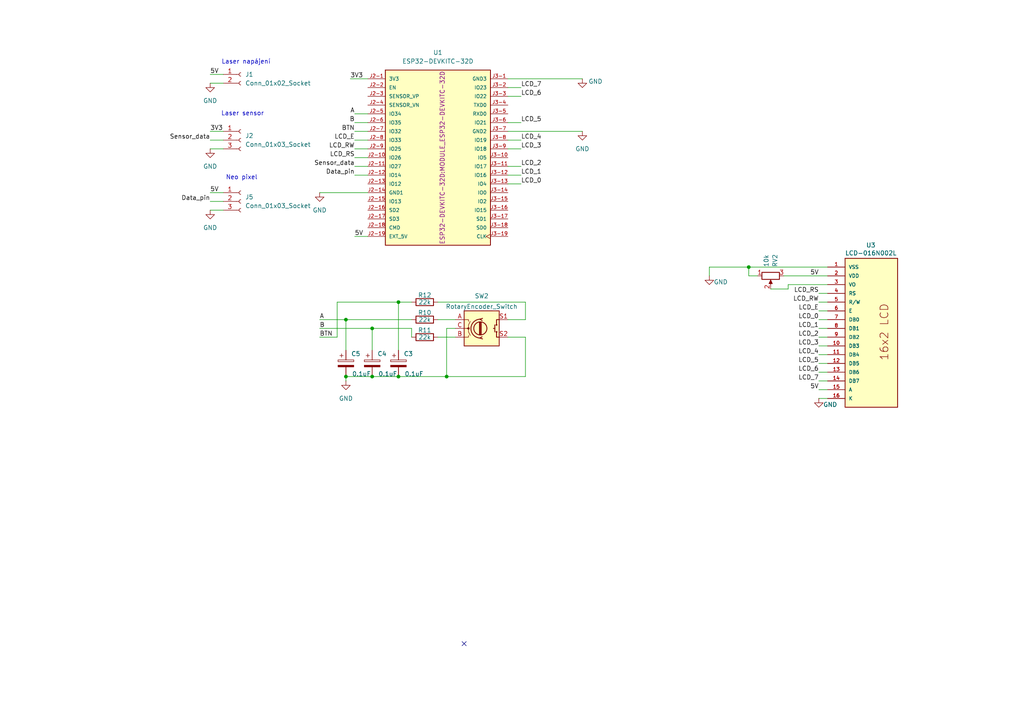
<source format=kicad_sch>
(kicad_sch (version 20231120) (generator "eeschema") (generator_version "8.0")
  (paper "A4")
  (lib_symbols
    (symbol "Connector:Conn_01x02_Socket" (pin_names (offset 1.016) hide)
      (property "Reference" "J" (at 0 2.54 0))
      (property "Value" "Conn_01x02_Socket" (at 0 -5.08 0))
      (symbol "Conn_01x02_Socket_1_1"
        (arc (start 0 -2.032) (mid -0.5058 -2.54) (end 0 -3.048) (stroke (width 0.1524)))
        (polyline (pts (xy -1.27 -2.54) (xy -0.508 -2.54)) (stroke (width 0.1524)))
        (polyline (pts (xy -1.27 0) (xy -0.508 0)) (stroke (width 0.1524)))
        (arc (start 0 0.508) (mid -0.5058 0) (end 0 -0.508) (stroke (width 0.1524)))
        (pin passive line (at -5.08 0 0) (length 3.81) (name "Pin_1") (number "1"))
        (pin passive line (at -5.08 -2.54 0) (length 3.81) (name "Pin_2") (number "2"))
      )
    )
    (symbol "Connector:Conn_01x03_Socket" (pin_names (offset 1.016) hide)
      (property "Reference" "J" (at 0 5.08 0))
      (property "Value" "Conn_01x03_Socket" (at 0 -5.08 0))
      (symbol "Conn_01x03_Socket_1_1"
        (arc (start 0 -2.032) (mid -0.5058 -2.54) (end 0 -3.048) (stroke (width 0.1524)))
        (polyline (pts (xy -1.27 -2.54) (xy -0.508 -2.54)) (stroke (width 0.1524)))
        (polyline (pts (xy -1.27 0) (xy -0.508 0)) (stroke (width 0.1524)))
        (polyline (pts (xy -1.27 2.54) (xy -0.508 2.54)) (stroke (width 0.1524)))
        (arc (start 0 0.508) (mid -0.5058 0) (end 0 -0.508) (stroke (width 0.1524)))
        (arc (start 0 3.048) (mid -0.5058 2.54) (end 0 2.032) (stroke (width 0.1524)))
        (pin passive line (at -5.08 2.54 0) (length 3.81) (name "Pin_1") (number "1"))
        (pin passive line (at -5.08 0 0) (length 3.81) (name "Pin_2") (number "2"))
        (pin passive line (at -5.08 -2.54 0) (length 3.81) (name "Pin_3") (number "3"))
      )
    )
    (symbol "Device:C_Polarized" (pin_numbers hide) (pin_names (offset 0.254))
      (property "Reference" "C" (at 0.635 2.54 0))
      (property "Value" "C_Polarized" (at 0.635 -2.54 0))
      (symbol "C_Polarized_0_1"
        (rectangle (start -2.286 0.508) (end 2.286 1.016))
        (polyline (pts (xy -1.778 2.286) (xy -0.762 2.286)))
        (polyline (pts (xy -1.27 2.794) (xy -1.27 1.778)))
        (rectangle (start 2.286 -0.508) (end -2.286 -1.016) (fill (type outline)))
      )
      (symbol "C_Polarized_1_1"
        (pin passive line (at 0 3.81 270) (length 2.794) (name "~") (number "1"))
        (pin passive line (at 0 -3.81 90) (length 2.794) (name "~") (number "2"))
      )
    )
    (symbol "Device:R" (pin_numbers hide) (pin_names (offset 0))
      (property "Reference" "R" (at 2.032 0 90))
      (property "Value" "R" (at 0 0 90))
      (symbol "R_0_1"
        (rectangle (start -1.016 -2.54) (end 1.016 2.54) (stroke (width 0.254)))
      )
      (symbol "R_1_1"
        (pin passive line (at 0 3.81 270) (length 1.27) (name "~") (number "1"))
        (pin passive line (at 0 -3.81 90) (length 1.27) (name "~") (number "2"))
      )
    )
    (symbol "Device:R_Potentiometer" (pin_names (offset 1.016) hide)
      (property "Reference" "RV" (at -4.445 0 90))
      (property "Value" "R_Potentiometer" (at -2.54 0 90))
      (symbol "R_Potentiometer_0_1"
        (polyline (pts (xy 2.54 0) (xy 1.524 0)))
        (polyline (pts (xy 1.143 0) (xy 2.286 0.508) (xy 2.286 -0.508) (xy 1.143 0)) (fill (type outline)))
        (rectangle (start 1.016 2.54) (end -1.016 -2.54) (stroke (width 0.254)))
      )
      (symbol "R_Potentiometer_1_1"
        (pin passive line (at 0 3.81 270) (length 1.27) (name "1") (number "1"))
        (pin passive line (at 3.81 0 180) (length 1.27) (name "2") (number "2"))
        (pin passive line (at 0 -3.81 90) (length 1.27) (name "3") (number "3"))
      )
    )
    (symbol "Device:RotaryEncoder_Switch" (pin_names (offset 0.254) hide)
      (property "Reference" "SW" (at 0 6.604 0))
      (property "Value" "RotaryEncoder_Switch" (at 0 -6.604 0))
      (symbol "RotaryEncoder_Switch_0_1"
        (rectangle (start -5.08 5.08) (end 5.08 -5.08) (stroke (width 0.254)) (fill (type background)))
        (circle (center -3.81 0) (radius 0.254) (fill (type outline)))
        (circle (center -0.381 0) (radius 1.905) (stroke (width 0.254)))
        (arc (start -0.381 2.667) (mid -3.0988 -0.0635) (end -0.381 -2.794) (stroke (width 0.254)))
        (polyline (pts (xy -0.635 -1.778) (xy -0.635 1.778)) (stroke (width 0.254)))
        (polyline (pts (xy -0.381 -1.778) (xy -0.381 1.778)) (stroke (width 0.254)))
        (polyline (pts (xy -0.127 1.778) (xy -0.127 -1.778)) (stroke (width 0.254)))
        (polyline (pts (xy 3.81 0) (xy 3.429 0)) (stroke (width 0.254)))
        (polyline (pts (xy 3.81 1.016) (xy 3.81 -1.016)) (stroke (width 0.254)))
        (polyline (pts (xy -5.08 -2.54) (xy -3.81 -2.54) (xy -3.81 -2.032)))
        (polyline (pts (xy -5.08 2.54) (xy -3.81 2.54) (xy -3.81 2.032)))
        (polyline (pts (xy 0.254 -3.048) (xy -0.508 -2.794) (xy 0.127 -2.413)) (stroke (width 0.254)))
        (polyline (pts (xy 0.254 2.921) (xy -0.508 2.667) (xy 0.127 2.286)) (stroke (width 0.254)))
        (polyline (pts (xy 5.08 -2.54) (xy 4.318 -2.54) (xy 4.318 -1.016)) (stroke (width 0.254)))
        (polyline (pts (xy 5.08 2.54) (xy 4.318 2.54) (xy 4.318 1.016)) (stroke (width 0.254)))
        (polyline (pts (xy -5.08 0) (xy -3.81 0) (xy -3.81 -1.016) (xy -3.302 -2.032)))
        (polyline (pts (xy -4.318 0) (xy -3.81 0) (xy -3.81 1.016) (xy -3.302 2.032)))
        (circle (center 4.318 -1.016) (radius 0.127) (stroke (width 0.254)))
        (circle (center 4.318 1.016) (radius 0.127) (stroke (width 0.254)))
      )
      (symbol "RotaryEncoder_Switch_1_1"
        (pin passive line (at -7.62 2.54 0) (length 2.54) (name "A") (number "A"))
        (pin passive line (at -7.62 -2.54 0) (length 2.54) (name "B") (number "B"))
        (pin passive line (at -7.62 0 0) (length 2.54) (name "C") (number "C"))
        (pin passive line (at 7.62 2.54 180) (length 2.54) (name "S1") (number "S1"))
        (pin passive line (at 7.62 -2.54 180) (length 2.54) (name "S2") (number "S2"))
      )
    )
    (symbol "ESP32-DEVKITC-32D:ESP32-DEVKITC-32D" (pin_names (offset 1.016))
      (property "Reference" "U" (at -15.2572 26.0643 0))
      (property "Value" "ESP32-DEVKITC-32D" (at -15.2563 -27.9698 0))
      (symbol "ESP32-DEVKITC-32D_0_0"
        (rectangle (start -15.24 -25.4) (end 15.24 25.4) (stroke (width 0.254)) (fill (type background)))
        (pin power_in line (at -20.32 22.86 0) (length 5.08) (name "3V3") (number "J2-1"))
        (pin bidirectional line (at -20.32 0 0) (length 5.08) (name "IO26") (number "J2-10"))
        (pin bidirectional line (at -20.32 -2.54 0) (length 5.08) (name "IO27") (number "J2-11"))
        (pin bidirectional line (at -20.32 -5.08 0) (length 5.08) (name "IO14") (number "J2-12"))
        (pin bidirectional line (at -20.32 -7.62 0) (length 5.08) (name "IO12") (number "J2-13"))
        (pin power_in line (at -20.32 -10.16 0) (length 5.08) (name "GND1") (number "J2-14"))
        (pin bidirectional line (at -20.32 -12.7 0) (length 5.08) (name "IO13") (number "J2-15"))
        (pin bidirectional line (at -20.32 -15.24 0) (length 5.08) (name "SD2") (number "J2-16"))
        (pin bidirectional line (at -20.32 -17.78 0) (length 5.08) (name "SD3") (number "J2-17"))
        (pin bidirectional line (at -20.32 -20.32 0) (length 5.08) (name "CMD") (number "J2-18"))
        (pin power_in line (at -20.32 -22.86 0) (length 5.08) (name "EXT_5V") (number "J2-19"))
        (pin input line (at -20.32 20.32 0) (length 5.08) (name "EN") (number "J2-2"))
        (pin input line (at -20.32 17.78 0) (length 5.08) (name "SENSOR_VP") (number "J2-3"))
        (pin input line (at -20.32 15.24 0) (length 5.08) (name "SENSOR_VN") (number "J2-4"))
        (pin bidirectional line (at -20.32 12.7 0) (length 5.08) (name "IO34") (number "J2-5"))
        (pin bidirectional line (at -20.32 10.16 0) (length 5.08) (name "IO35") (number "J2-6"))
        (pin bidirectional line (at -20.32 7.62 0) (length 5.08) (name "IO32") (number "J2-7"))
        (pin bidirectional line (at -20.32 5.08 0) (length 5.08) (name "IO33") (number "J2-8"))
        (pin bidirectional line (at -20.32 2.54 0) (length 5.08) (name "IO25") (number "J2-9"))
        (pin power_in line (at 20.32 22.86 180) (length 5.08) (name "GND3") (number "J3-1"))
        (pin bidirectional line (at 20.32 0 180) (length 5.08) (name "IO5") (number "J3-10"))
        (pin bidirectional line (at 20.32 -2.54 180) (length 5.08) (name "IO17") (number "J3-11"))
        (pin bidirectional line (at 20.32 -5.08 180) (length 5.08) (name "IO16") (number "J3-12"))
        (pin bidirectional line (at 20.32 -7.62 180) (length 5.08) (name "IO4") (number "J3-13"))
        (pin bidirectional line (at 20.32 -10.16 180) (length 5.08) (name "IO0") (number "J3-14"))
        (pin bidirectional line (at 20.32 -12.7 180) (length 5.08) (name "IO2") (number "J3-15"))
        (pin bidirectional line (at 20.32 -15.24 180) (length 5.08) (name "IO15") (number "J3-16"))
        (pin bidirectional line (at 20.32 -17.78 180) (length 5.08) (name "SD1") (number "J3-17"))
        (pin bidirectional line (at 20.32 -20.32 180) (length 5.08) (name "SD0") (number "J3-18"))
        (pin input clock (at 20.32 -22.86 180) (length 5.08) (name "CLK") (number "J3-19"))
        (pin bidirectional line (at 20.32 20.32 180) (length 5.08) (name "IO23") (number "J3-2"))
        (pin bidirectional line (at 20.32 17.78 180) (length 5.08) (name "IO22") (number "J3-3"))
        (pin output line (at 20.32 15.24 180) (length 5.08) (name "TXD0") (number "J3-4"))
        (pin input line (at 20.32 12.7 180) (length 5.08) (name "RXD0") (number "J3-5"))
        (pin bidirectional line (at 20.32 10.16 180) (length 5.08) (name "IO21") (number "J3-6"))
        (pin power_in line (at 20.32 7.62 180) (length 5.08) (name "GND2") (number "J3-7"))
        (pin bidirectional line (at 20.32 5.08 180) (length 5.08) (name "IO19") (number "J3-8"))
        (pin bidirectional line (at 20.32 2.54 180) (length 5.08) (name "IO18") (number "J3-9"))
      )
    )
    (symbol "LCD-16X2:LCD-16X2" (pin_names (offset 1.016))
      (property "Reference" "U" (at -7.62 23.368 0))
      (property "Value" "LCD-16X2" (at -7.62 -22.86 0))
      (symbol "LCD-16X2_0_0"
        (rectangle (start -7.62 -20.32) (end 7.62 22.86) (stroke (width 0.254)) (fill (type background)))
        (text "16x2 LCD" (at 5.08 -6.858 900) (effects (font (size 2.286 2.286)) (justify left bottom)))
        (pin power_in line (at -12.7 20.32 0) (length 5.08) (name "VSS") (number "1"))
        (pin bidirectional line (at -12.7 -2.54 0) (length 5.08) (name "DB3") (number "10"))
        (pin bidirectional line (at -12.7 -5.08 0) (length 5.08) (name "DB4") (number "11"))
        (pin bidirectional line (at -12.7 -7.62 0) (length 5.08) (name "DB5") (number "12"))
        (pin bidirectional line (at -12.7 -10.16 0) (length 5.08) (name "DB6") (number "13"))
        (pin bidirectional line (at -12.7 -12.7 0) (length 5.08) (name "DB7") (number "14"))
        (pin power_in line (at -12.7 -15.24 0) (length 5.08) (name "A") (number "15"))
        (pin power_in line (at -12.7 -17.78 0) (length 5.08) (name "K") (number "16"))
        (pin power_in line (at -12.7 17.78 0) (length 5.08) (name "VDD") (number "2"))
        (pin bidirectional line (at -12.7 15.24 0) (length 5.08) (name "VO") (number "3"))
        (pin input line (at -12.7 12.7 0) (length 5.08) (name "RS") (number "4"))
        (pin input line (at -12.7 10.16 0) (length 5.08) (name "R/W") (number "5"))
        (pin input line (at -12.7 7.62 0) (length 5.08) (name "E") (number "6"))
        (pin bidirectional line (at -12.7 5.08 0) (length 5.08) (name "DB0") (number "7"))
        (pin bidirectional line (at -12.7 2.54 0) (length 5.08) (name "DB1") (number "8"))
        (pin bidirectional line (at -12.7 0 0) (length 5.08) (name "DB2") (number "9"))
      )
    )
    (symbol "power:GND" (power) (pin_numbers hide) (pin_names (offset 0) hide)
      (property "Value" "GND" (at 0 -3.81 0))
      (symbol "GND_0_1"
        (polyline (pts (xy 0 0) (xy 0 -1.27) (xy 1.27 -1.27) (xy 0 -2.54) (xy -1.27 -1.27) (xy 0 -1.27)))
      )
      (symbol "GND_1_1"
        (pin power_in line (at 0 0 270) (length 0) (name "~") (number "1"))
      )
    )
  )
  (junction (at 129.54 109.22))
  (junction (at 107.95 109.22))
  (junction (at 115.57 87.63))
  (junction (at 115.57 109.22))
  (junction (at 100.33 109.22))
  (junction (at 107.95 95.25))
  (junction (at 100.33 92.71))
  (junction (at 217.17 77.47))
  (no_connect (at 134.62 186.69))
  (wire (pts (xy 92.71 92.71) (xy 100.33 92.71)))
  (wire (pts (xy 100.33 109.22) (xy 100.33 110.49)))
  (wire (pts (xy 102.87 35.56) (xy 106.68 35.56)))
  (wire (pts (xy 60.96 21.59) (xy 64.77 21.59)))
  (wire (pts (xy 100.33 92.71) (xy 100.33 101.6)))
  (wire (pts (xy 237.49 92.71) (xy 240.03 92.71)))
  (wire (pts (xy 92.71 97.79) (xy 97.79 97.79)))
  (wire (pts (xy 60.96 24.13) (xy 64.77 24.13)))
  (wire (pts (xy 228.6 82.55) (xy 240.03 82.55)))
  (wire (pts (xy 60.96 40.64) (xy 64.77 40.64)))
  (wire (pts (xy 97.79 87.63) (xy 115.57 87.63)))
  (wire (pts (xy 102.87 43.18) (xy 106.68 43.18)))
  (wire (pts (xy 60.96 55.88) (xy 64.77 55.88)))
  (wire (pts (xy 107.95 109.22) (xy 115.57 109.22)))
  (wire (pts (xy 100.33 92.71) (xy 119.38 92.71)))
  (wire (pts (xy 60.96 43.18) (xy 64.77 43.18)))
  (wire (pts (xy 237.49 113.03) (xy 240.03 113.03)))
  (wire (pts (xy 127 92.71) (xy 132.08 92.71)))
  (wire (pts (xy 147.32 50.8) (xy 151.13 50.8)))
  (wire (pts (xy 223.52 83.82) (xy 228.6 83.82)))
  (wire (pts (xy 147.32 92.71) (xy 152.4 92.71)))
  (wire (pts (xy 219.71 80.01) (xy 217.17 80.01)))
  (wire (pts (xy 102.87 38.1) (xy 106.68 38.1)))
  (wire (pts (xy 237.49 97.79) (xy 240.03 97.79)))
  (wire (pts (xy 101.6 22.86) (xy 106.68 22.86)))
  (wire (pts (xy 237.49 100.33) (xy 240.03 100.33)))
  (wire (pts (xy 147.32 35.56) (xy 151.13 35.56)))
  (wire (pts (xy 60.96 38.1) (xy 64.77 38.1)))
  (wire (pts (xy 228.6 83.82) (xy 228.6 82.55)))
  (wire (pts (xy 60.96 60.96) (xy 64.77 60.96)))
  (wire (pts (xy 152.4 109.22) (xy 129.54 109.22)))
  (wire (pts (xy 92.71 95.25) (xy 107.95 95.25)))
  (wire (pts (xy 152.4 97.79) (xy 152.4 109.22)))
  (wire (pts (xy 119.38 97.79) (xy 119.38 95.25)))
  (wire (pts (xy 147.32 22.86) (xy 168.91 22.86)))
  (wire (pts (xy 237.49 102.87) (xy 240.03 102.87)))
  (wire (pts (xy 115.57 87.63) (xy 119.38 87.63)))
  (wire (pts (xy 217.17 77.47) (xy 240.03 77.47)))
  (wire (pts (xy 147.32 43.18) (xy 151.13 43.18)))
  (wire (pts (xy 227.33 80.01) (xy 240.03 80.01)))
  (wire (pts (xy 127 97.79) (xy 132.08 97.79)))
  (wire (pts (xy 102.87 50.8) (xy 106.68 50.8)))
  (wire (pts (xy 107.95 95.25) (xy 107.95 101.6)))
  (wire (pts (xy 237.49 95.25) (xy 240.03 95.25)))
  (wire (pts (xy 237.49 90.17) (xy 240.03 90.17)))
  (wire (pts (xy 102.87 68.58) (xy 106.68 68.58)))
  (wire (pts (xy 237.49 105.41) (xy 240.03 105.41)))
  (wire (pts (xy 237.49 110.49) (xy 240.03 110.49)))
  (wire (pts (xy 102.87 45.72) (xy 106.68 45.72)))
  (wire (pts (xy 237.49 87.63) (xy 240.03 87.63)))
  (wire (pts (xy 205.74 77.47) (xy 205.74 80.01)))
  (wire (pts (xy 152.4 87.63) (xy 152.4 92.71)))
  (wire (pts (xy 97.79 97.79) (xy 97.79 87.63)))
  (wire (pts (xy 129.54 109.22) (xy 115.57 109.22)))
  (wire (pts (xy 115.57 87.63) (xy 115.57 101.6)))
  (wire (pts (xy 132.08 95.25) (xy 129.54 95.25)))
  (wire (pts (xy 102.87 33.02) (xy 106.68 33.02)))
  (wire (pts (xy 147.32 53.34) (xy 151.13 53.34)))
  (wire (pts (xy 107.95 95.25) (xy 119.38 95.25)))
  (wire (pts (xy 129.54 95.25) (xy 129.54 109.22)))
  (wire (pts (xy 237.49 115.57) (xy 240.03 115.57)))
  (wire (pts (xy 237.49 85.09) (xy 240.03 85.09)))
  (wire (pts (xy 147.32 38.1) (xy 168.91 38.1)))
  (wire (pts (xy 147.32 48.26) (xy 151.13 48.26)))
  (wire (pts (xy 147.32 27.94) (xy 151.13 27.94)))
  (wire (pts (xy 60.96 58.42) (xy 64.77 58.42)))
  (wire (pts (xy 147.32 40.64) (xy 151.13 40.64)))
  (wire (pts (xy 92.71 55.88) (xy 106.68 55.88)))
  (wire (pts (xy 147.32 97.79) (xy 152.4 97.79)))
  (wire (pts (xy 100.33 109.22) (xy 107.95 109.22)))
  (wire (pts (xy 127 87.63) (xy 152.4 87.63)))
  (wire (pts (xy 205.74 77.47) (xy 217.17 77.47)))
  (wire (pts (xy 147.32 25.4) (xy 151.13 25.4)))
  (wire (pts (xy 237.49 107.95) (xy 240.03 107.95)))
  (wire (pts (xy 217.17 80.01) (xy 217.17 77.47)))
  (wire (pts (xy 102.87 48.26) (xy 106.68 48.26)))
  (wire (pts (xy 102.87 40.64) (xy 106.68 40.64)))
  (text "Laser sensor\n" (at 70.358 33.02 0) (effects (font (size 1.27 1.27))))
  (text "Neo pixel\n" (at 70.104 51.562 0) (effects (font (size 1.27 1.27))))
  (text "Laser napájení" (at 71.374 18.034 0) (effects (font (size 1.27 1.27))))
  (label "LCD_4" (at 151.13 40.64 0))
  (label "LCD_1" (at 151.13 50.8 0))
  (label "LCD_7" (at 151.13 25.4 0))
  (label "Data_pin" (at 102.87 50.8 180))
  (label "LCD_2" (at 237.49 97.79 180))
  (label "Sensor_data" (at 102.87 48.26 180))
  (label "LCD_E" (at 237.49 90.17 180))
  (label "5V" (at 237.49 113.03 180))
  (label "BTN" (at 102.87 38.1 180))
  (label "LCD_4" (at 237.49 102.87 180))
  (label "LCD_RW" (at 102.87 43.18 180))
  (label "BTN" (at 92.71 97.79 0))
  (label "LCD_5" (at 151.13 35.56 0))
  (label "Data_pin" (at 60.96 58.42 180))
  (label "LCD_RS" (at 102.87 45.72 180))
  (label "LCD_7" (at 237.49 110.49 180))
  (label "A" (at 92.71 92.71 0))
  (label "5V" (at 60.96 21.59 0))
  (label "A" (at 102.87 33.02 180))
  (label "LCD_RS" (at 237.49 85.09 180))
  (label "5V" (at 60.96 55.88 0))
  (label "LCD_0" (at 151.13 53.34 0))
  (label "LCD_5" (at 237.49 105.41 180))
  (label "LCD_6" (at 237.49 107.95 180))
  (label "LCD_6" (at 151.13 27.94 0))
  (label "LCD_2" (at 151.13 48.26 0))
  (label "LCD_RW" (at 237.49 87.63 180))
  (label "LCD_E" (at 102.87 40.64 180))
  (label "5V" (at 237.49 80.01 180))
  (label "LCD_3" (at 151.13 43.18 0))
  (label "LCD_1" (at 237.49 95.25 180))
  (label "LCD_3" (at 237.49 100.33 180))
  (label "3V3" (at 101.6 22.86 0))
  (label "B" (at 102.87 35.56 180))
  (label "5V" (at 102.87 68.58 0))
  (label "B" (at 92.71 95.25 0))
  (label "Sensor_data" (at 60.96 40.64 180))
  (label "3V3" (at 60.96 38.1 0))
  (label "LCD_0" (at 237.49 92.71 180))
  (symbol (lib_id "power:GND") (at 168.91 38.1 0) (unit 1)
    (property "Reference" "#PWR03" (effects (hide yes)))
    (property "Value" "GND" (at 168.91 43.18 0))
    (property "Description" "Power symbol creates a global label with name \"GND\" , ground" (effects (hide yes)))
  )
  (symbol (lib_id "Device:R") (at 123.19 97.79 90) (unit 1)
    (property "Reference" "R11" (at 123.19 95.758 90))
    (property "Value" "22k" (at 123.19 97.79 90))
    (property "Footprint" "Resistor_SMD:R_0805_2012Metric_Pad1.20x1.40mm_HandSolder" (effects (hide yes)))
    (property "Description" "Resistor" (effects (hide yes)))
  )
  (symbol (lib_id "power:GND") (at 100.33 110.49 0) (unit 1)
    (property "Reference" "#PWR014" (effects (hide yes)))
    (property "Value" "GND" (at 100.33 115.57 0))
    (property "Description" "Power symbol creates a global label with name \"GND\" , ground" (effects (hide yes)))
  )
  (symbol (lib_id "power:GND") (at 60.96 43.18 0) (unit 1)
    (property "Reference" "#PWR05" (effects (hide yes)))
    (property "Value" "GND" (at 60.96 48.26 0))
    (property "Description" "Power symbol creates a global label with name \"GND\" , ground" (effects (hide yes)))
  )
  (symbol (lib_id "power:GND") (at 60.96 24.13 0) (unit 1)
    (property "Reference" "#PWR01" (effects (hide yes)))
    (property "Value" "GND" (at 60.96 29.21 0))
    (property "Description" "Power symbol creates a global label with name \"GND\" , ground" (effects (hide yes)))
  )
  (symbol (lib_id "power:GND") (at 168.91 22.86 0) (unit 1)
    (property "Reference" "#PWR02" (effects (hide yes)))
    (property "Value" "GND" (at 172.72 23.622 0))
    (property "Description" "Power symbol creates a global label with name \"GND\" , ground" (effects (hide yes)))
  )
  (symbol (lib_id "Connector:Conn_01x03_Socket") (at 69.85 58.42 0) (unit 1)
    (property "Reference" "J5" (at 71.12 57.1499 0) (effects (justify left)))
    (property "Value" "Conn_01x03_Socket" (at 71.12 59.6899 0) (effects (justify left)))
    (property "Footprint" "Connector_PinHeader_2.54mm:PinHeader_1x03_P2.54mm_Vertical" (effects (hide yes)))
    (property "Description" "Generic connector, single row, 01x03, script generated" (effects (hide yes)))
  )
  (symbol (lib_id "Device:RotaryEncoder_Switch") (at 139.7 95.25 0) (unit 1)
    (property "Reference" "SW2" (at 139.7 85.852 0))
    (property "Value" "RotaryEncoder_Switch" (at 139.7 88.9 0))
    (property "Footprint" "Rotary_Encoder:RotaryEncoder_Alps_EC11E-Switch_Vertical_H20mm_CircularMountingHoles" (effects (hide yes)))
    (property "Description" "Rotary encoder, dual channel, incremental quadrate outputs, with switch" (effects (hide yes)))
  )
  (symbol (lib_id "power:GND") (at 60.96 60.96 0) (unit 1)
    (property "Reference" "#PWR015" (effects (hide yes)))
    (property "Value" "GND" (at 60.96 66.04 0))
    (property "Description" "Power symbol creates a global label with name \"GND\" , ground" (effects (hide yes)))
  )
  (symbol (lib_id "ESP32-DEVKITC-32D:ESP32-DEVKITC-32D") (at 127 45.72 0) (unit 1)
    (property "Reference" "U1" (at 127 15.24 0))
    (property "Value" "ESP32-DEVKITC-32D" (at 127 17.78 0))
    (property "Footprint" "ESP32-DEVKITC-32D:MODULE_ESP32-DEVKITC-32D" (at 129.032 45.72 90) (effects (justify bottom)))
    (property "MF" "Espressif Systems" (effects (hide yes)))
    (property "MAXIMUM_PACKAGE_HEIGHT" "N/A" (effects (hide yes)))
    (property "Package" "None" (effects (hide yes)))
    (property "Price" "None" (effects (hide yes)))
    (property "Check_prices" "https://www.snapeda.com/parts/ESP32-DEVKITC-32D/Espressif+Systems/view-part/?ref=eda" (effects (hide yes)))
    (property "STANDARD" "Manufacturer Recommendations" (effects (hide yes)))
    (property "PARTREV" "V4" (effects (hide yes)))
    (property "SnapEDA_Link" "https://www.snapeda.com/parts/ESP32-DEVKITC-32D/Espressif+Systems/view-part/?ref=snap" (effects (hide yes)))
    (property "MP" "ESP32-DEVKITC-32D" (effects (hide yes)))
    (property "Description_1" "\n                        \n                            WiFi Development Tools (802.11) ESP32 General Development Kit, ESP32-WROOM-32D on the board\n                        \n" (effects (hide yes)))
    (property "MANUFACTURER" "Espressif Systems" (effects (hide yes)))
    (property "Availability" "In Stock" (effects (hide yes)))
    (property "SNAPEDA_PN" "ESP32-DEVKITC-32D" (effects (hide yes)))
  )
  (symbol (lib_id "power:GND") (at 237.49 115.57 0) (unit 1)
    (property "Reference" "#PWR06" (effects (hide yes)))
    (property "Value" "GND" (at 240.792 117.348 0))
    (property "Description" "Power symbol creates a global label with name \"GND\" , ground" (effects (hide yes)))
  )
  (symbol (lib_id "power:GND") (at 205.74 80.01 0) (unit 1)
    (property "Reference" "#PWR018" (effects (hide yes)))
    (property "Value" "GND" (at 209.042 81.788 0))
    (property "Description" "Power symbol creates a global label with name \"GND\" , ground" (effects (hide yes)))
  )
  (symbol (lib_id "Connector:Conn_01x03_Socket") (at 69.85 40.64 0) (unit 1)
    (property "Reference" "J2" (at 71.12 39.3699 0) (effects (justify left)))
    (property "Value" "Conn_01x03_Socket" (at 71.12 41.9099 0) (effects (justify left)))
    (property "Footprint" "Connector_PinHeader_2.54mm:PinHeader_1x03_P2.54mm_Vertical" (effects (hide yes)))
    (property "Description" "Generic connector, single row, 01x03, script generated" (effects (hide yes)))
  )
  (symbol (lib_id "Device:R_Potentiometer") (at 223.52 80.01 90) (mirror x) (unit 1)
    (property "Reference" "RV2" (at 224.7901 77.47 0) (effects (justify right)))
    (property "Value" "10k" (at 222.2501 77.47 0) (effects (justify right)))
    (property "Footprint" "Potentiometer_SMD:Potentiometer_ACP_CA6-VSMD_Vertical" (effects (hide yes)))
    (property "Description" "Potentiometer" (effects (hide yes)))
  )
  (symbol (lib_id "power:GND") (at 92.71 55.88 0) (unit 1)
    (property "Reference" "#PWR04" (effects (hide yes)))
    (property "Value" "GND" (at 92.71 60.96 0))
    (property "Description" "Power symbol creates a global label with name \"GND\" , ground" (effects (hide yes)))
  )
  (symbol (lib_id "Device:R") (at 123.19 92.71 90) (unit 1)
    (property "Reference" "R10" (at 123.19 90.678 90))
    (property "Value" "22k" (at 123.19 92.71 90))
    (property "Footprint" "Resistor_SMD:R_0805_2012Metric_Pad1.20x1.40mm_HandSolder" (effects (hide yes)))
    (property "Description" "Resistor" (effects (hide yes)))
  )
  (symbol (lib_id "Device:C_Polarized") (at 107.95 105.41 0) (unit 1)
    (property "Reference" "C4" (at 109.474 102.616 0) (effects (justify left)))
    (property "Value" "0.1uF" (at 109.728 108.458 0) (effects (justify left)))
    (property "Footprint" "Capacitor_SMD:C_0805_2012Metric_Pad1.18x1.45mm_HandSolder" (effects (hide yes)))
    (property "Description" "Polarized capacitor" (effects (hide yes)))
  )
  (symbol (lib_id "Connector:Conn_01x02_Socket") (at 69.85 21.59 0) (unit 1)
    (property "Reference" "J1" (at 71.12 21.5899 0) (effects (justify left)))
    (property "Value" "Conn_01x02_Socket" (at 71.12 24.1299 0) (effects (justify left)))
    (property "Footprint" "Connector_PinHeader_2.54mm:PinHeader_1x02_P2.54mm_Vertical" (effects (hide yes)))
    (property "Description" "Generic connector, single row, 01x02, script generated" (effects (hide yes)))
  )
  (symbol (lib_id "Device:C_Polarized") (at 100.33 105.41 0) (unit 1)
    (property "Reference" "C5" (at 101.854 102.616 0) (effects (justify left)))
    (property "Value" "0.1uF" (at 102.108 108.458 0) (effects (justify left)))
    (property "Footprint" "Capacitor_SMD:C_0805_2012Metric_Pad1.18x1.45mm_HandSolder" (effects (hide yes)))
    (property "Description" "Polarized capacitor" (effects (hide yes)))
  )
  (symbol (lib_id "Device:R") (at 123.19 87.63 90) (unit 1)
    (property "Reference" "R12" (at 123.19 85.598 90))
    (property "Value" "22k" (at 123.19 87.63 90))
    (property "Footprint" "Resistor_SMD:R_0805_2012Metric_Pad1.20x1.40mm_HandSolder" (effects (hide yes)))
    (property "Description" "Resistor" (effects (hide yes)))
  )
  (symbol (lib_id "LCD-16X2:LCD-16X2") (at 252.73 97.79 0) (unit 1)
    (property "Reference" "U3" (at 251.206 71.12 0) (effects (justify left)))
    (property "Value" "LCD-016N002L" (at 245.11 73.406 0) (effects (justify left)))
    (property "Footprint" "LCD-16X2:MODULE_LCD-16X2" (effects (hide yes)))
    (property "Datasheet" "http://www.vishay.com/docs/37299/37299.pdf" (effects (hide yes)))
    (property "Description" "LCD 12x2, 8 bit parallel bus, 3V or 5V VDD" (effects (hide yes)))
    (property "MF" "Gravitech" (effects (hide yes)))
    (property "MAXIMUM_PACKAGE_HEIGHT" "14 mm" (effects (hide yes)))
    (property "Package" "None" (effects (hide yes)))
    (property "Price" "None" (effects (hide yes)))
    (property "Check_prices" "https://www.snapeda.com/parts/LCD-16X2/Gravitech/view-part/?ref=eda" (effects (hide yes)))
    (property "STANDARD" "Manufacturer Recommendations" (effects (hide yes)))
    (property "PARTREV" "N/A" (effects (hide yes)))
    (property "SnapEDA_Link" "https://www.snapeda.com/parts/LCD-16X2/Gravitech/view-part/?ref=snap" (effects (hide yes)))
    (property "MP" "LCD-16X2" (effects (hide yes)))
    (property "Description_1" "\n                        \n                            Display Development Tools 16x2 Black on Green Char LCD w Backlight\n                        \n" (effects (hide yes)))
    (property "Availability" "Not in stock" (effects (hide yes)))
    (property "MANUFACTURER" "Gravitech" (effects (hide yes)))
  )
  (symbol (lib_id "Device:C_Polarized") (at 115.57 105.41 0) (unit 1)
    (property "Reference" "C3" (at 117.094 102.616 0) (effects (justify left)))
    (property "Value" "0.1uF" (at 117.348 108.458 0) (effects (justify left)))
    (property "Footprint" "Capacitor_SMD:C_0805_2012Metric_Pad1.18x1.45mm_HandSolder" (effects (hide yes)))
    (property "Description" "Polarized capacitor" (effects (hide yes)))
  )
)
</source>
